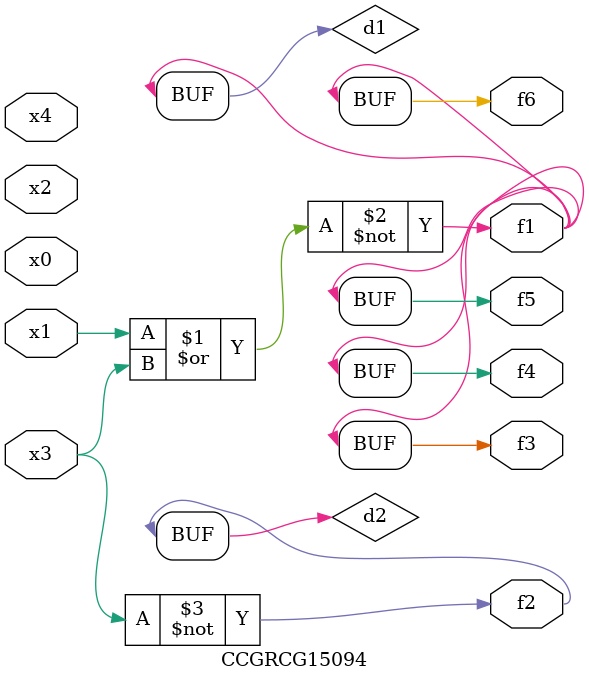
<source format=v>
module CCGRCG15094(
	input x0, x1, x2, x3, x4,
	output f1, f2, f3, f4, f5, f6
);

	wire d1, d2;

	nor (d1, x1, x3);
	not (d2, x3);
	assign f1 = d1;
	assign f2 = d2;
	assign f3 = d1;
	assign f4 = d1;
	assign f5 = d1;
	assign f6 = d1;
endmodule

</source>
